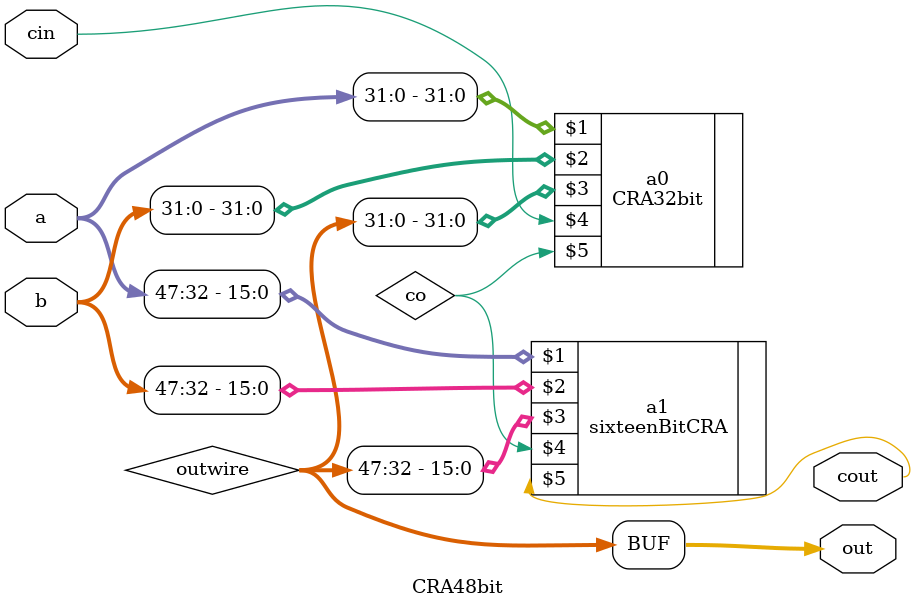
<source format=v>
`timescale 1ns / 1ps


module CRA48bit(a,b,out,cin,cout);
input [47:0] a,b;
input cin;
output cout;
output [47:0] out;

wire [47:0] outwire;
wire co;

CRA32bit a0(a[31:0],b[31:0],outwire[31:0],cin,co);
sixteenBitCRA a1(a[47:32],b[47:32],outwire[47:32],co,cout);
assign out=outwire;

endmodule

</source>
